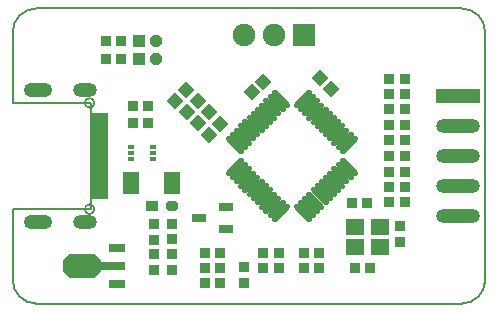
<source format=gts>
G04*
G04 #@! TF.GenerationSoftware,Altium Limited,Altium Designer,18.1.9 (240)*
G04*
G04 Layer_Color=8388736*
%FSLAX25Y25*%
%MOIN*%
G70*
G01*
G75*
%ADD15C,0.00600*%
%ADD18C,0.00500*%
%ADD20R,0.02200X0.01300*%
%ADD40R,0.05328X0.01981*%
G04:AMPARAMS|DCode=41|XSize=39.5mil|YSize=35.56mil|CornerRadius=0mil|HoleSize=0mil|Usage=FLASHONLY|Rotation=0.000|XOffset=0mil|YOffset=0mil|HoleType=Round|Shape=Octagon|*
%AMOCTAGOND41*
4,1,8,0.01975,-0.00889,0.01975,0.00889,0.01086,0.01778,-0.01086,0.01778,-0.01975,0.00889,-0.01975,-0.00889,-0.01086,-0.01778,0.01086,-0.01778,0.01975,-0.00889,0.0*
%
%ADD41OCTAGOND41*%

%ADD42R,0.03950X0.03556*%
%ADD43R,0.03800X0.03800*%
G04:AMPARAMS|DCode=44|XSize=19mil|YSize=78.87mil|CornerRadius=0mil|HoleSize=0mil|Usage=FLASHONLY|Rotation=225.000|XOffset=0mil|YOffset=0mil|HoleType=Round|Shape=Round|*
%AMOVALD44*
21,1,0.05987,0.01900,0.00000,0.00000,315.0*
1,1,0.01900,-0.02117,0.02117*
1,1,0.01900,0.02117,-0.02117*
%
%ADD44OVALD44*%

%ADD45R,0.05800X0.07300*%
%ADD46P,0.05374X4X180.0*%
%ADD47O,0.14580X0.04816*%
%ADD48R,0.14580X0.04816*%
%ADD49R,0.05918X0.05524*%
%ADD50R,0.03800X0.03800*%
G04:AMPARAMS|DCode=51|XSize=78.87mil|YSize=126.11mil|CornerRadius=0mil|HoleSize=0mil|Usage=FLASHONLY|Rotation=270.000|XOffset=0mil|YOffset=0mil|HoleType=Round|Shape=Octagon|*
%AMOCTAGOND51*
4,1,8,0.06306,0.01972,0.06306,-0.01972,0.04334,-0.03943,-0.04334,-0.03943,-0.06306,-0.01972,-0.06306,0.01972,-0.04334,0.03943,0.04334,0.03943,0.06306,0.01972,0.0*
%
%ADD51OCTAGOND51*%

%ADD52R,0.05524X0.03162*%
%ADD53R,0.09068X0.03162*%
%ADD54P,0.05374X4X270.0*%
G04:AMPARAMS|DCode=55|XSize=19mil|YSize=78.87mil|CornerRadius=0mil|HoleSize=0mil|Usage=FLASHONLY|Rotation=135.000|XOffset=0mil|YOffset=0mil|HoleType=Round|Shape=Round|*
%AMOVALD55*
21,1,0.05987,0.01900,0.00000,0.00000,225.0*
1,1,0.01900,0.02117,0.02117*
1,1,0.01900,-0.02117,-0.02117*
%
%ADD55OVALD55*%

%ADD56R,0.04737X0.02572*%
%ADD57P,0.04275X8X22.5*%
%ADD58R,0.03950X0.03950*%
%ADD59O,0.09461X0.04737*%
%ADD60O,0.07887X0.04737*%
%ADD61R,0.07493X0.07493*%
%ADD62C,0.07493*%
D15*
X149606Y0D02*
G03*
X157480Y7874I0J7874D01*
G01*
X0D02*
G03*
X7874Y0I7874J0D01*
G01*
Y98425D02*
G03*
X0Y90551I0J-7874D01*
G01*
X157480D02*
G03*
X149606Y98425I-7874J0D01*
G01*
X0Y7874D02*
Y31496D01*
Y66929D02*
Y90551D01*
X7874Y98425D02*
X149606Y98425D01*
X157480Y7874D02*
Y90551D01*
X7874Y0D02*
X149606D01*
D18*
X27165Y66929D02*
G03*
X27165Y66929I-1575J0D01*
G01*
Y31496D02*
G03*
X27165Y31496I-1575J0D01*
G01*
X0D02*
X25984D01*
Y66929D01*
X0D02*
X25984D01*
D20*
X46649Y52165D02*
D03*
Y50197D02*
D03*
Y48228D02*
D03*
X39349D02*
D03*
Y50197D02*
D03*
Y52165D02*
D03*
D40*
X29134Y62598D02*
D03*
Y61417D02*
D03*
Y35827D02*
D03*
Y37008D02*
D03*
Y59449D02*
D03*
Y56102D02*
D03*
Y54134D02*
D03*
Y52165D02*
D03*
Y38976D02*
D03*
Y58268D02*
D03*
Y40157D02*
D03*
Y42323D02*
D03*
Y44291D02*
D03*
Y46260D02*
D03*
Y50197D02*
D03*
Y48228D02*
D03*
D41*
X53000Y32500D02*
D03*
D42*
X46307D02*
D03*
D43*
X83500Y17000D02*
D03*
X88618D02*
D03*
X130618Y34000D02*
D03*
X125500D02*
D03*
X118118Y33656D02*
D03*
X113000D02*
D03*
X119118Y12000D02*
D03*
X114000D02*
D03*
X97000Y17000D02*
D03*
X102118D02*
D03*
X97000Y12000D02*
D03*
X102118D02*
D03*
X45059Y66000D02*
D03*
X39941D02*
D03*
X45059Y60148D02*
D03*
X39941D02*
D03*
X36118Y87500D02*
D03*
X31000D02*
D03*
X125500Y59500D02*
D03*
X130618D02*
D03*
X125500Y54500D02*
D03*
X130618D02*
D03*
X125500Y75000D02*
D03*
X130618D02*
D03*
X125500Y70000D02*
D03*
X130618D02*
D03*
X125500Y64769D02*
D03*
X130618D02*
D03*
Y49213D02*
D03*
X125500D02*
D03*
X130618Y44000D02*
D03*
X125500D02*
D03*
Y39000D02*
D03*
X130618D02*
D03*
X88618Y12000D02*
D03*
X83500D02*
D03*
X36118Y81500D02*
D03*
X31000D02*
D03*
X69118Y17000D02*
D03*
X64000D02*
D03*
X69118Y7000D02*
D03*
X64000D02*
D03*
Y12000D02*
D03*
X69118D02*
D03*
D44*
X78175Y57078D02*
D03*
X79567Y58470D02*
D03*
X73999Y52902D02*
D03*
X75391Y54294D02*
D03*
X76783Y55686D02*
D03*
X80959Y59862D02*
D03*
X82350Y61254D02*
D03*
X83742Y62646D02*
D03*
X85134Y64038D02*
D03*
X86526Y65430D02*
D03*
X87918Y66822D02*
D03*
X89310Y68214D02*
D03*
X112001Y45523D02*
D03*
X110609Y44131D02*
D03*
X109217Y42739D02*
D03*
X107825Y41347D02*
D03*
X106433Y39955D02*
D03*
X105041Y38563D02*
D03*
X103649Y37171D02*
D03*
X102258Y35779D02*
D03*
X100866Y34387D02*
D03*
X99474Y32995D02*
D03*
X98082Y31603D02*
D03*
X96690Y30211D02*
D03*
D45*
X53000Y40213D02*
D03*
X39500D02*
D03*
D46*
X106028Y71690D02*
D03*
X102409Y75309D02*
D03*
D47*
X148500Y39213D02*
D03*
Y59213D02*
D03*
Y49213D02*
D03*
Y29213D02*
D03*
D48*
Y69213D02*
D03*
D49*
X114000Y19000D02*
D03*
X122268D02*
D03*
Y25693D02*
D03*
X114000D02*
D03*
D50*
X53000Y11382D02*
D03*
Y16500D02*
D03*
Y21501D02*
D03*
Y26619D02*
D03*
X47000Y21382D02*
D03*
Y26500D02*
D03*
X77000Y12118D02*
D03*
Y7000D02*
D03*
X129000Y20673D02*
D03*
Y25791D02*
D03*
X47000Y11382D02*
D03*
Y16500D02*
D03*
D51*
X23200Y12500D02*
D03*
D52*
X34693Y18406D02*
D03*
Y6594D02*
D03*
D53*
X33000Y12500D02*
D03*
D54*
X61619Y67426D02*
D03*
X58000Y63807D02*
D03*
X65381Y56381D02*
D03*
X69000Y60000D02*
D03*
X57810Y71310D02*
D03*
X54190Y67691D02*
D03*
X61690Y60106D02*
D03*
X65310Y63725D02*
D03*
X83260Y74040D02*
D03*
X79641Y70421D02*
D03*
D55*
X89310Y30211D02*
D03*
X87918Y31603D02*
D03*
X86526Y32995D02*
D03*
X85134Y34387D02*
D03*
X83742Y35779D02*
D03*
X82350Y37171D02*
D03*
X80959Y38563D02*
D03*
X79567Y39955D02*
D03*
X78175Y41347D02*
D03*
X76783Y42739D02*
D03*
X75391Y44131D02*
D03*
X73999Y45523D02*
D03*
X96690Y68214D02*
D03*
X98082Y66822D02*
D03*
X99474Y65430D02*
D03*
X100866Y64038D02*
D03*
X102258Y62646D02*
D03*
X103649Y61254D02*
D03*
X105041Y59862D02*
D03*
X106433Y58470D02*
D03*
X107825Y57078D02*
D03*
X109217Y55686D02*
D03*
X110609Y54294D02*
D03*
X112001Y52902D02*
D03*
D56*
X62071Y28590D02*
D03*
X71000Y32330D02*
D03*
Y24850D02*
D03*
D57*
X47905Y87500D02*
D03*
Y81500D02*
D03*
D58*
X42000Y87500D02*
D03*
Y81500D02*
D03*
D59*
X8268Y27264D02*
D03*
Y71161D02*
D03*
D60*
X24016Y27264D02*
D03*
Y71161D02*
D03*
D61*
X97000Y89500D02*
D03*
D62*
X87000D02*
D03*
X77000D02*
D03*
M02*

</source>
